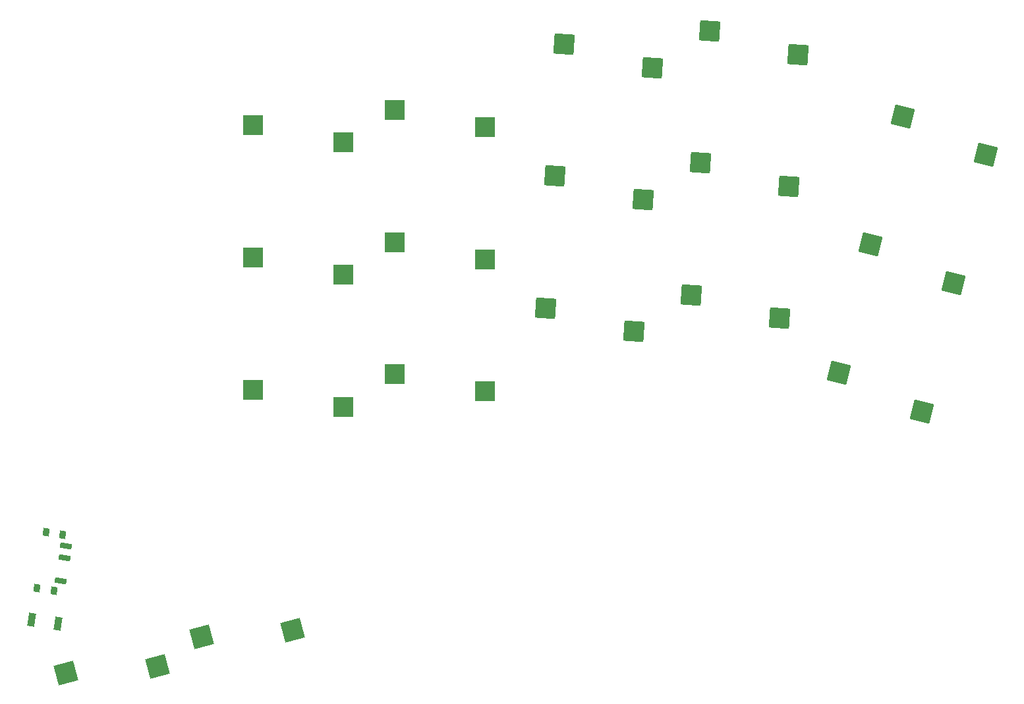
<source format=gbr>
%TF.GenerationSoftware,KiCad,Pcbnew,6.0.6-3a73a75311~116~ubuntu22.04.1*%
%TF.CreationDate,2022-07-27T09:59:41+02:00*%
%TF.ProjectId,kiboard,6b69626f-6172-4642-9e6b-696361645f70,v1.0.0*%
%TF.SameCoordinates,Original*%
%TF.FileFunction,Paste,Bot*%
%TF.FilePolarity,Positive*%
%FSLAX46Y46*%
G04 Gerber Fmt 4.6, Leading zero omitted, Abs format (unit mm)*
G04 Created by KiCad (PCBNEW 6.0.6-3a73a75311~116~ubuntu22.04.1) date 2022-07-27 09:59:41*
%MOMM*%
%LPD*%
G01*
G04 APERTURE LIST*
G04 Aperture macros list*
%AMRotRect*
0 Rectangle, with rotation*
0 The origin of the aperture is its center*
0 $1 length*
0 $2 width*
0 $3 Rotation angle, in degrees counterclockwise*
0 Add horizontal line*
21,1,$1,$2,0,0,$3*%
G04 Aperture macros list end*
%ADD10RotRect,1.000000X0.800000X81.000000*%
%ADD11RotRect,0.700000X1.500000X81.000000*%
%ADD12RotRect,0.900000X1.700000X351.000000*%
%ADD13RotRect,2.600000X2.600000X356.000000*%
%ADD14R,2.600000X2.600000*%
%ADD15RotRect,2.600000X2.600000X15.000000*%
%ADD16RotRect,2.600000X2.600000X346.000000*%
G04 APERTURE END LIST*
D10*
%TO.C,*%
X-14268932Y-19506581D03*
X-10944169Y-12642176D03*
X-12086141Y-19852301D03*
X-13126961Y-12296456D03*
D11*
X-11225135Y-18571220D03*
X-10755832Y-15608155D03*
X-10521180Y-14126623D03*
%TD*%
D12*
%TO.C,*%
X-14922237Y-23595451D03*
X-11564097Y-24127329D03*
%TD*%
D13*
%TO.C,S15*%
X52234133Y33429524D03*
X63602533Y30429195D03*
%TD*%
D14*
%TO.C,S9*%
X31725000Y24950000D03*
X43275000Y22750000D03*
%TD*%
D15*
%TO.C,S31*%
X-10516715Y-30441631D03*
X1209130Y-29577308D03*
%TD*%
D14*
%TO.C,S3*%
X13525000Y22950000D03*
X25075000Y20750000D03*
%TD*%
%TO.C,S11*%
X31725000Y41950000D03*
X43275000Y39750000D03*
%TD*%
D13*
%TO.C,S17*%
X53419993Y50388112D03*
X64788393Y47387783D03*
%TD*%
D14*
%TO.C,S7*%
X31725000Y7950000D03*
X43275000Y5750000D03*
%TD*%
%TO.C,S1*%
X13525000Y5950000D03*
X25075000Y3750000D03*
%TD*%
D13*
%TO.C,S13*%
X51048273Y16470935D03*
X62416673Y13470606D03*
%TD*%
%TO.C,S23*%
X72183953Y52083334D03*
X83552353Y49083005D03*
%TD*%
D16*
%TO.C,S25*%
X88725780Y8127015D03*
X99400467Y3198166D03*
%TD*%
D14*
%TO.C,S5*%
X13525000Y39950000D03*
X25075000Y37750000D03*
%TD*%
D13*
%TO.C,S21*%
X70998093Y35124745D03*
X82366493Y32124416D03*
%TD*%
D16*
%TO.C,S29*%
X96951124Y41117070D03*
X107625811Y36188221D03*
%TD*%
%TO.C,S27*%
X92838452Y24622042D03*
X103513139Y19693193D03*
%TD*%
D13*
%TO.C,S19*%
X69812233Y18166156D03*
X81180633Y15165827D03*
%TD*%
D15*
%TO.C,S33*%
X6869950Y-25782888D03*
X18595795Y-24918565D03*
%TD*%
M02*

</source>
